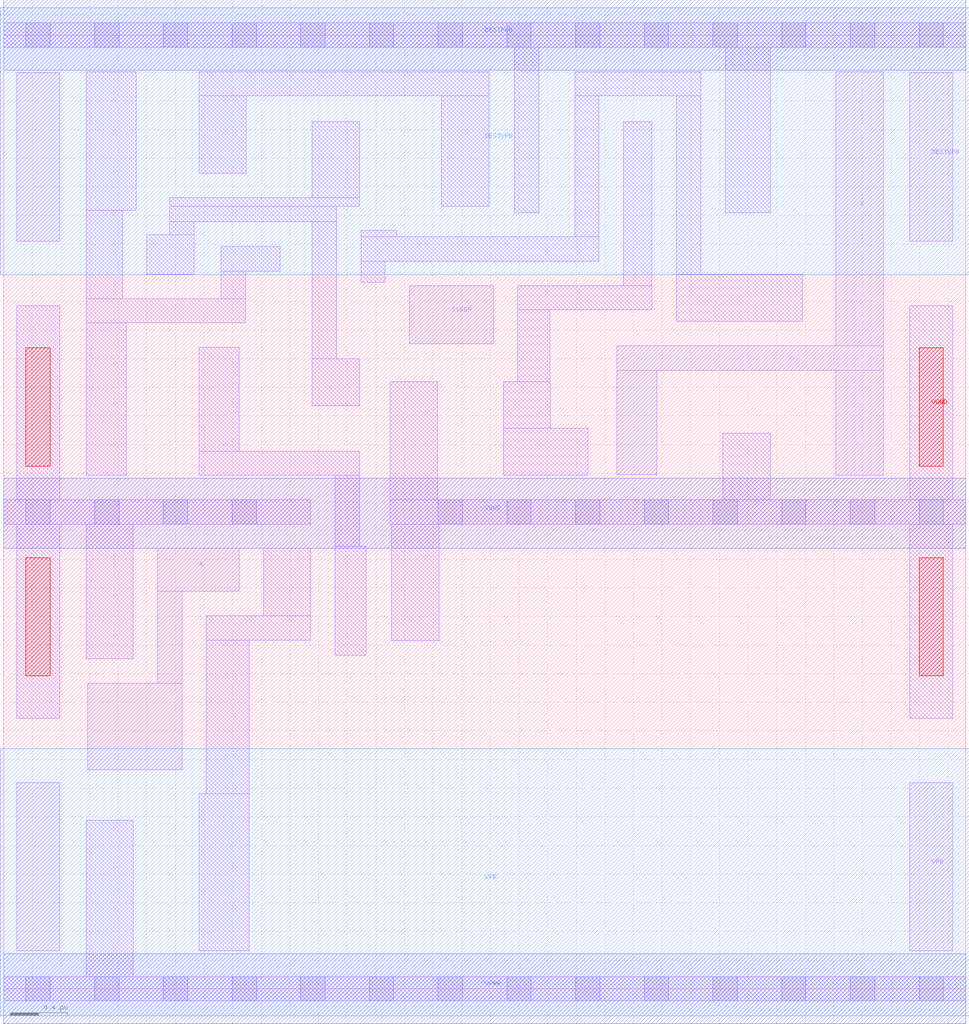
<source format=lef>
# Copyright 2020 The SkyWater PDK Authors
#
# Licensed under the Apache License, Version 2.0 (the "License");
# you may not use this file except in compliance with the License.
# You may obtain a copy of the License at
#
#     https://www.apache.org/licenses/LICENSE-2.0
#
# Unless required by applicable law or agreed to in writing, software
# distributed under the License is distributed on an "AS IS" BASIS,
# WITHOUT WARRANTIES OR CONDITIONS OF ANY KIND, either express or implied.
# See the License for the specific language governing permissions and
# limitations under the License.
#
# SPDX-License-Identifier: Apache-2.0

VERSION 5.7 ;
  NOWIREEXTENSIONATPIN ON ;
  DIVIDERCHAR "/" ;
  BUSBITCHARS "[]" ;
MACRO sky130_fd_sc_lp__lsbufiso0p_lp
  CLASS CORE ;
  FOREIGN sky130_fd_sc_lp__lsbufiso0p_lp ;
  ORIGIN  0.000000  0.000000 ;
  SIZE  6.720000 BY  6.660000 ;
  SYMMETRY X Y R90 ;
  SITE unit ;
  PIN A
    ANTENNAGATEAREA  0.678000 ;
    DIRECTION INPUT ;
    USE SIGNAL ;
    PORT
      LAYER li1 ;
        RECT 0.585000 1.530000 1.245000 2.135000 ;
        RECT 1.075000 2.135000 1.245000 2.775000 ;
        RECT 1.075000 2.775000 1.645000 3.075000 ;
    END
  END A
  PIN SLEEP
    ANTENNAGATEAREA  0.978000 ;
    DIRECTION INPUT ;
    USE SIGNAL ;
    PORT
      LAYER li1 ;
        RECT 2.835000 4.505000 3.420000 4.910000 ;
    END
  END SLEEP
  PIN X
    ANTENNADIFFAREA  0.714400 ;
    DIRECTION OUTPUT ;
    USE SIGNAL ;
    PORT
      LAYER li1 ;
        RECT 4.285000 3.590000 4.565000 4.320000 ;
        RECT 4.285000 4.320000 6.145000 4.490000 ;
        RECT 5.815000 3.585000 6.145000 4.320000 ;
        RECT 5.815000 4.490000 6.145000 6.405000 ;
    END
  END X
  PIN DESTPWR
    DIRECTION INOUT ;
    USE POWER ;
    PORT
      LAYER met1 ;
        RECT 0.000000 6.415000 6.720000 6.905000 ;
    END
  END DESTPWR
  PIN DESTVPB
    DIRECTION INOUT ;
    USE POWER ;
    PORT
      LAYER li1 ;
        RECT 0.090000 5.220000 0.390000 6.395000 ;
        RECT 6.330000 5.220000 6.630000 6.395000 ;
      LAYER nwell ;
        RECT -0.025000 4.985000 6.745000 6.850000 ;
    END
  END DESTVPB
  PIN VGND
    DIRECTION INOUT ;
    USE GROUND ;
    PORT
      LAYER met1 ;
        RECT 0.000000 3.075000 6.720000 3.565000 ;
      LAYER pwell ;
        RECT 0.155000 2.185000 0.325000 3.010000 ;
        RECT 0.155000 3.650000 0.325000 4.475000 ;
        RECT 6.395000 2.185000 6.565000 3.010000 ;
        RECT 6.395000 3.650000 6.565000 4.475000 ;
    END
  END VGND
  PIN VPB
    DIRECTION INOUT ;
    USE POWER ;
    PORT
      LAYER li1 ;
        RECT 0.090000 0.265000 0.390000 1.440000 ;
        RECT 6.330000 0.265000 6.630000 1.440000 ;
      LAYER nwell ;
        RECT -0.025000 -0.190000 6.745000 1.675000 ;
    END
  END VPB
  PIN VPWR
    DIRECTION INOUT ;
    USE POWER ;
    PORT
      LAYER met1 ;
        RECT 0.000000 -0.245000 6.720000 0.245000 ;
    END
  END VPWR
  OBS
    LAYER li1 ;
      RECT 0.000000 -0.085000 6.720000 0.085000 ;
      RECT 0.000000  3.245000 2.145000 3.415000 ;
      RECT 0.000000  6.575000 6.720000 6.745000 ;
      RECT 0.090000  1.890000 0.390000 3.245000 ;
      RECT 0.090000  3.415000 0.390000 4.770000 ;
      RECT 0.575000  0.085000 0.905000 1.175000 ;
      RECT 0.575000  2.305000 0.905000 3.245000 ;
      RECT 0.575000  3.585000 0.855000 4.650000 ;
      RECT 0.575000  4.650000 1.690000 4.820000 ;
      RECT 0.575000  4.820000 0.830000 5.435000 ;
      RECT 0.575000  5.435000 0.925000 6.405000 ;
      RECT 1.000000  4.990000 1.330000 5.265000 ;
      RECT 1.160000  5.265000 1.330000 5.355000 ;
      RECT 1.160000  5.355000 2.325000 5.465000 ;
      RECT 1.160000  5.465000 2.485000 5.525000 ;
      RECT 1.365000  0.265000 1.715000 1.360000 ;
      RECT 1.365000  3.585000 2.485000 3.755000 ;
      RECT 1.365000  3.755000 1.645000 4.480000 ;
      RECT 1.365000  5.695000 1.695000 6.235000 ;
      RECT 1.365000  6.235000 3.390000 6.405000 ;
      RECT 1.415000  1.360000 1.715000 2.435000 ;
      RECT 1.415000  2.435000 2.145000 2.605000 ;
      RECT 1.520000  4.820000 1.690000 5.010000 ;
      RECT 1.520000  5.010000 1.930000 5.185000 ;
      RECT 1.815000  2.605000 2.145000 3.075000 ;
      RECT 2.155000  4.070000 2.485000 4.400000 ;
      RECT 2.155000  4.400000 2.325000 5.355000 ;
      RECT 2.155000  5.525000 2.485000 6.055000 ;
      RECT 2.315000  2.330000 2.530000 3.090000 ;
      RECT 2.315000  3.090000 2.485000 3.585000 ;
      RECT 2.495000  4.935000 2.665000 5.080000 ;
      RECT 2.495000  5.080000 4.160000 5.250000 ;
      RECT 2.495000  5.250000 2.745000 5.295000 ;
      RECT 2.700000  3.245000 6.720000 3.415000 ;
      RECT 2.700000  3.415000 3.030000 4.240000 ;
      RECT 2.710000  2.430000 3.040000 3.245000 ;
      RECT 3.060000  5.465000 3.390000 6.235000 ;
      RECT 3.490000  3.585000 4.080000 3.915000 ;
      RECT 3.490000  3.915000 3.820000 4.240000 ;
      RECT 3.570000  5.420000 3.740000 6.575000 ;
      RECT 3.590000  4.240000 3.815000 4.740000 ;
      RECT 3.590000  4.740000 4.530000 4.910000 ;
      RECT 3.990000  5.250000 4.160000 6.235000 ;
      RECT 3.990000  6.235000 4.870000 6.405000 ;
      RECT 4.330000  4.910000 4.530000 6.055000 ;
      RECT 4.700000  4.660000 5.580000 4.990000 ;
      RECT 4.700000  4.990000 4.870000 6.235000 ;
      RECT 5.025000  3.415000 5.355000 3.880000 ;
      RECT 5.040000  5.420000 5.355000 6.575000 ;
      RECT 6.330000  1.890000 6.630000 3.245000 ;
      RECT 6.330000  3.415000 6.630000 4.770000 ;
    LAYER mcon ;
      RECT 0.155000 -0.085000 0.325000 0.085000 ;
      RECT 0.155000  3.245000 0.325000 3.415000 ;
      RECT 0.155000  6.575000 0.325000 6.745000 ;
      RECT 0.635000 -0.085000 0.805000 0.085000 ;
      RECT 0.635000  3.245000 0.805000 3.415000 ;
      RECT 0.635000  6.575000 0.805000 6.745000 ;
      RECT 1.115000 -0.085000 1.285000 0.085000 ;
      RECT 1.115000  3.245000 1.285000 3.415000 ;
      RECT 1.115000  6.575000 1.285000 6.745000 ;
      RECT 1.595000 -0.085000 1.765000 0.085000 ;
      RECT 1.595000  3.245000 1.765000 3.415000 ;
      RECT 1.595000  6.575000 1.765000 6.745000 ;
      RECT 2.075000 -0.085000 2.245000 0.085000 ;
      RECT 2.075000  6.575000 2.245000 6.745000 ;
      RECT 2.555000 -0.085000 2.725000 0.085000 ;
      RECT 2.555000  6.575000 2.725000 6.745000 ;
      RECT 3.035000 -0.085000 3.205000 0.085000 ;
      RECT 3.035000  3.245000 3.205000 3.415000 ;
      RECT 3.035000  6.575000 3.205000 6.745000 ;
      RECT 3.515000 -0.085000 3.685000 0.085000 ;
      RECT 3.515000  3.245000 3.685000 3.415000 ;
      RECT 3.515000  6.575000 3.685000 6.745000 ;
      RECT 3.995000 -0.085000 4.165000 0.085000 ;
      RECT 3.995000  3.245000 4.165000 3.415000 ;
      RECT 3.995000  6.575000 4.165000 6.745000 ;
      RECT 4.475000 -0.085000 4.645000 0.085000 ;
      RECT 4.475000  3.245000 4.645000 3.415000 ;
      RECT 4.475000  6.575000 4.645000 6.745000 ;
      RECT 4.955000 -0.085000 5.125000 0.085000 ;
      RECT 4.955000  3.245000 5.125000 3.415000 ;
      RECT 4.955000  6.575000 5.125000 6.745000 ;
      RECT 5.435000 -0.085000 5.605000 0.085000 ;
      RECT 5.435000  3.245000 5.605000 3.415000 ;
      RECT 5.435000  6.575000 5.605000 6.745000 ;
      RECT 5.915000 -0.085000 6.085000 0.085000 ;
      RECT 5.915000  3.245000 6.085000 3.415000 ;
      RECT 5.915000  6.575000 6.085000 6.745000 ;
      RECT 6.395000 -0.085000 6.565000 0.085000 ;
      RECT 6.395000  3.245000 6.565000 3.415000 ;
      RECT 6.395000  6.575000 6.565000 6.745000 ;
  END
END sky130_fd_sc_lp__lsbufiso0p_lp
END LIBRARY

</source>
